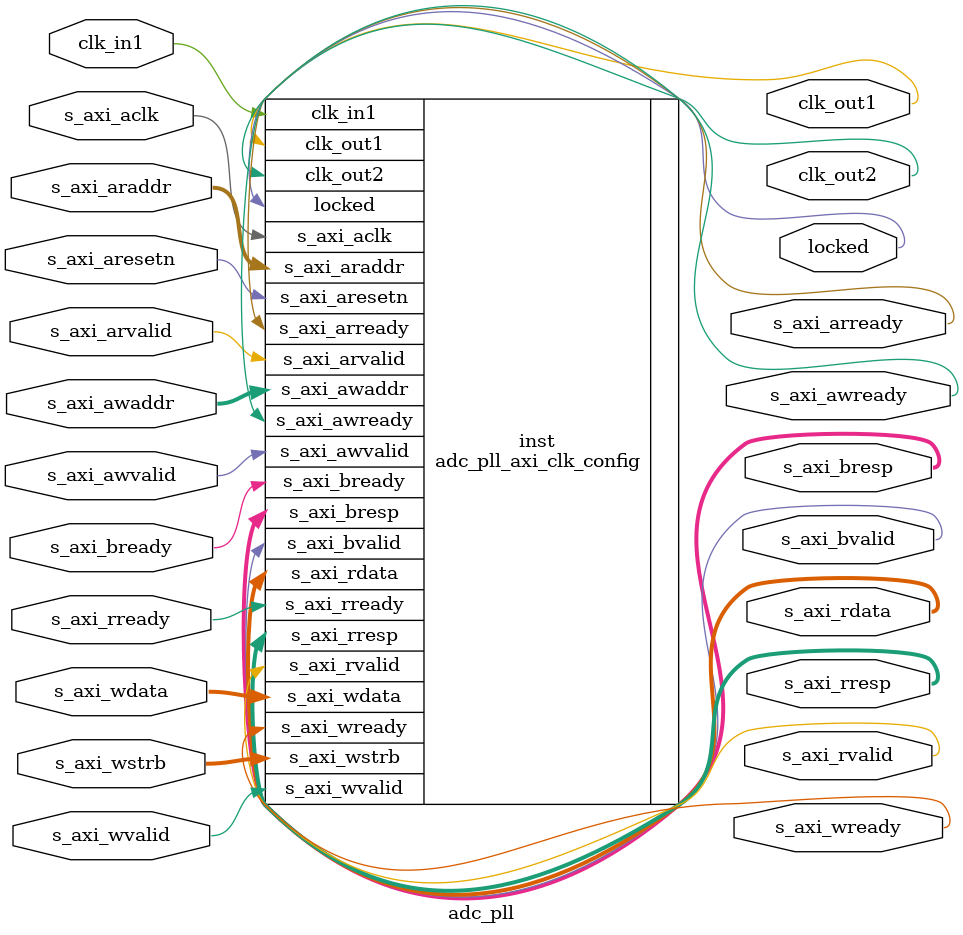
<source format=v>


`timescale 1ps/1ps

(* CORE_GENERATION_INFO = "adc_pll,clk_wiz_v6_0_4_0_0,{component_name=adc_pll,use_phase_alignment=true,use_min_o_jitter=true,use_max_i_jitter=false,use_dyn_phase_shift=false,use_inclk_switchover=false,use_dyn_reconfig=true,enable_axi=1,feedback_source=FDBK_AUTO,PRIMITIVE=MMCM,num_out_clk=2,clkin1_period=10.000,clkin2_period=10.000,use_power_down=false,use_reset=true,use_locked=true,use_inclk_stopped=false,feedback_type=SINGLE,CLOCK_MGR_TYPE=NA,manual_override=false}" *)

module adc_pll 
 (
  input s_axi_aclk,
  input s_axi_aresetn,
  input [10 : 0] s_axi_awaddr,
  input s_axi_awvalid,
  output s_axi_awready,
  input [31 : 0] s_axi_wdata,
  input [3 : 0] s_axi_wstrb,
  input s_axi_wvalid,
  output s_axi_wready,
  output [1 : 0] s_axi_bresp,
  output s_axi_bvalid,
  input s_axi_bready,
  input [10 : 0] s_axi_araddr,
  input s_axi_arvalid,
  output s_axi_arready,
  output [31 : 0] s_axi_rdata,
  output [1 : 0] s_axi_rresp,
  output s_axi_rvalid,
  input s_axi_rready,
  // Clock out ports
  output        clk_out1,
  output        clk_out2,
  // Status and control signals
  output        locked,
 // Clock in ports
  input         clk_in1
 );

  adc_pll_axi_clk_config #(
  .C_S_AXI_ADDR_WIDTH(11),
  .C_S_AXI_DATA_WIDTH(32)
  ) inst
  (
  .s_axi_aclk      (s_axi_aclk),                    
  .s_axi_aresetn   (s_axi_aresetn),                    
  .s_axi_awaddr    (s_axi_awaddr),                    
  .s_axi_awvalid   (s_axi_awvalid),                    
  .s_axi_awready   (s_axi_awready),                    
  .s_axi_wdata     (s_axi_wdata),                    
  .s_axi_wstrb     (s_axi_wstrb),                    
  .s_axi_wvalid    (s_axi_wvalid),                    
  .s_axi_wready    (s_axi_wready),                    
  .s_axi_bresp     (s_axi_bresp),                    
  .s_axi_bvalid    (s_axi_bvalid),                    
  .s_axi_bready    (s_axi_bready),                    
  .s_axi_araddr    (s_axi_araddr),                    
  .s_axi_arvalid   (s_axi_arvalid),                    
  .s_axi_arready   (s_axi_arready),                    
  .s_axi_rdata     (s_axi_rdata),                    
  .s_axi_rresp     (s_axi_rresp),                    
  .s_axi_rvalid    (s_axi_rvalid),                    
  .s_axi_rready    (s_axi_rready),                    
  // Clock out ports  
  .clk_out1(clk_out1),
  .clk_out2(clk_out2),
  // Status and control signals               
  .locked(locked),
 // Clock in ports
  .clk_in1(clk_in1)
  );

endmodule

</source>
